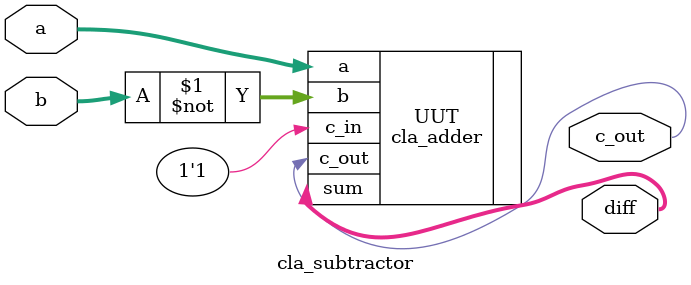
<source format=v>
module cla_subtractor #(
    parameter NR_BITS = 4
) (
    output [NR_BITS-1:0] diff ,
    output               c_out,
    input  [NR_BITS-1:0] a    ,
    input  [NR_BITS-1:0] b
);

    // DONE 2: Implement a 4-bit carry-lookahead substractor
    cla_adder #(
        .NR_BITS(NR_BITS)
    ) UUT (
        .sum  (diff ),
        .c_out(c_out),
        .a    (a    ),
        .b    (~b   ),
        .c_in (1'b1 )
    );

endmodule


</source>
